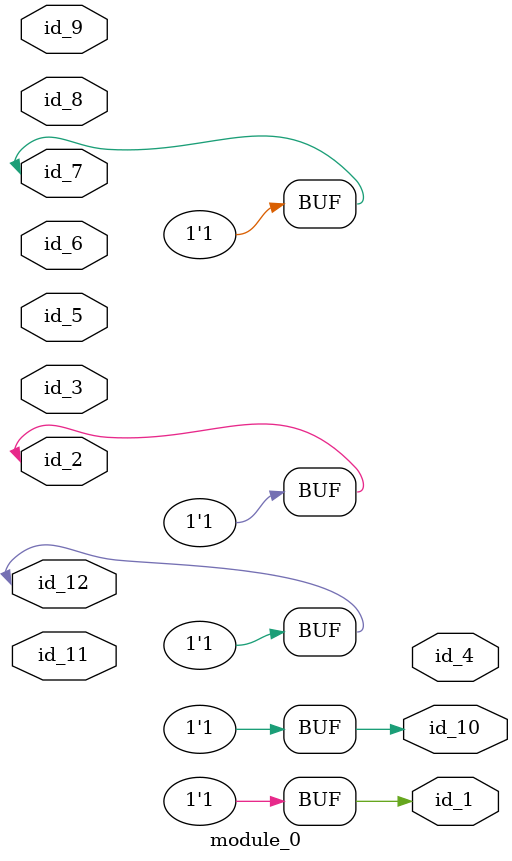
<source format=v>
module module_0 (
    id_1,
    id_2,
    id_3,
    id_4,
    id_5,
    id_6,
    id_7,
    id_8,
    id_9,
    id_10,
    id_11,
    id_12
);
  input id_12;
  input id_11;
  output id_10;
  input id_9;
  input id_8;
  input id_7;
  input id_6;
  input id_5;
  output id_4;
  input id_3;
  input id_2;
  output id_1;
  assign id_4[1] = 1;
  assign id_1 = 1;
  assign id_7 = id_12;
  assign id_1 = 1;
  assign id_10 = 1;
  assign id_12 = 1;
  assign id_2 = 1;
endmodule

</source>
